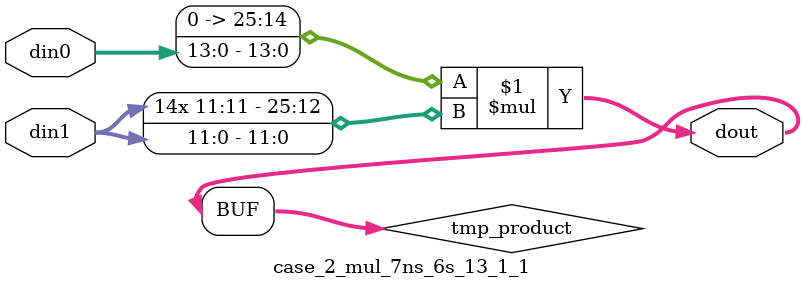
<source format=v>

`timescale 1 ns / 1 ps

 (* use_dsp = "no" *)  module case_2_mul_7ns_6s_13_1_1(din0, din1, dout);
parameter ID = 1;
parameter NUM_STAGE = 0;
parameter din0_WIDTH = 14;
parameter din1_WIDTH = 12;
parameter dout_WIDTH = 26;

input [din0_WIDTH - 1 : 0] din0; 
input [din1_WIDTH - 1 : 0] din1; 
output [dout_WIDTH - 1 : 0] dout;

wire signed [dout_WIDTH - 1 : 0] tmp_product;

























assign tmp_product = $signed({1'b0, din0}) * $signed(din1);










assign dout = tmp_product;





















endmodule

</source>
